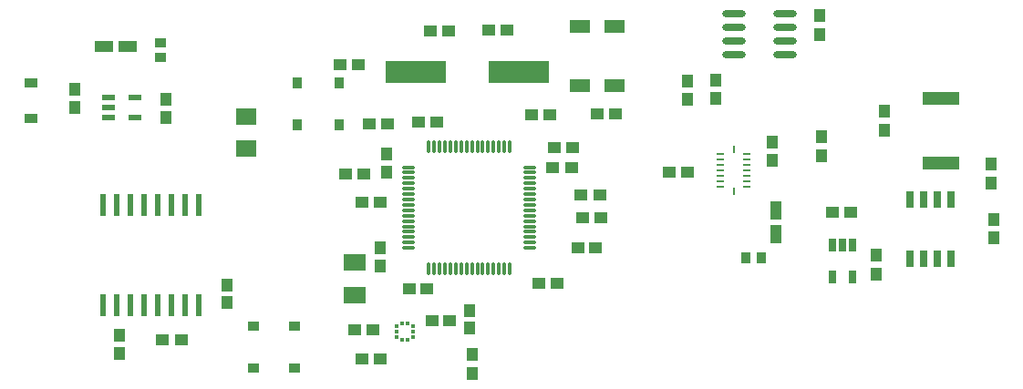
<source format=gtp>
G04*
G04 #@! TF.GenerationSoftware,Altium Limited,Altium Designer,19.0.14 (431)*
G04*
G04 Layer_Color=8421504*
%FSLAX25Y25*%
%MOIN*%
G70*
G01*
G75*
%ADD19R,0.02756X0.05906*%
%ADD20R,0.03937X0.04528*%
%ADD21O,0.08661X0.02362*%
%ADD22R,0.07480X0.05118*%
%ADD23R,0.22047X0.08268*%
%ADD24R,0.02284X0.08032*%
%ADD25R,0.01378X0.01181*%
%ADD26R,0.01181X0.01378*%
%ADD27R,0.03051X0.00984*%
%ADD28R,0.00984X0.03051*%
%ADD29R,0.04764X0.02323*%
%ADD30O,0.05118X0.01181*%
%ADD31O,0.01181X0.05118*%
%ADD32R,0.03543X0.03937*%
%ADD33R,0.03937X0.03543*%
%ADD34R,0.04528X0.03937*%
%ADD35R,0.03543X0.04134*%
%ADD36R,0.04134X0.03543*%
%ADD37R,0.04134X0.06693*%
%ADD38R,0.06693X0.04134*%
%ADD39R,0.04803X0.03602*%
%ADD40R,0.04134X0.04724*%
%ADD41R,0.04724X0.04134*%
%ADD42R,0.07480X0.06102*%
%ADD43R,0.04921X0.04331*%
%ADD44R,0.07874X0.06102*%
%ADD45R,0.02559X0.04724*%
%ADD46R,0.13189X0.04921*%
D19*
X352200Y74125D02*
D03*
X347200D02*
D03*
X342200D02*
D03*
X337200D02*
D03*
Y52275D02*
D03*
X342200D02*
D03*
X347200D02*
D03*
X352200D02*
D03*
D20*
X266200Y110855D02*
D03*
Y117745D02*
D03*
X255900Y110555D02*
D03*
Y117445D02*
D03*
X177165Y17224D02*
D03*
Y10335D02*
D03*
X87598Y42717D02*
D03*
Y36220D02*
D03*
X175984Y26969D02*
D03*
Y33465D02*
D03*
X367700Y66800D02*
D03*
Y59910D02*
D03*
X327866Y106398D02*
D03*
Y99508D02*
D03*
X324900Y46755D02*
D03*
Y53645D02*
D03*
X366929Y86910D02*
D03*
Y80020D02*
D03*
X304823Y96850D02*
D03*
Y89961D02*
D03*
D21*
X291579Y127015D02*
D03*
Y132015D02*
D03*
Y137015D02*
D03*
Y142015D02*
D03*
X272682Y127015D02*
D03*
Y132015D02*
D03*
Y137015D02*
D03*
Y142015D02*
D03*
D22*
X229134Y115748D02*
D03*
Y137402D02*
D03*
X216535D02*
D03*
Y115748D02*
D03*
D23*
X193996Y120669D02*
D03*
X156595D02*
D03*
D24*
X42047Y72067D02*
D03*
X47047D02*
D03*
X52047D02*
D03*
X57047D02*
D03*
X62047D02*
D03*
X67047D02*
D03*
X72047D02*
D03*
X77047D02*
D03*
Y35413D02*
D03*
X72047D02*
D03*
X67047D02*
D03*
X62047D02*
D03*
X57047D02*
D03*
X52047D02*
D03*
X47047D02*
D03*
X42047D02*
D03*
D25*
X149488Y23622D02*
D03*
Y25591D02*
D03*
Y27559D02*
D03*
X155512D02*
D03*
Y25591D02*
D03*
Y23622D02*
D03*
D26*
X151516Y28602D02*
D03*
X153484D02*
D03*
Y22579D02*
D03*
X151516D02*
D03*
D27*
X277421Y78740D02*
D03*
Y80709D02*
D03*
Y82677D02*
D03*
Y84646D02*
D03*
Y86614D02*
D03*
Y88583D02*
D03*
X267854Y78740D02*
D03*
Y80709D02*
D03*
Y82677D02*
D03*
Y84646D02*
D03*
Y86614D02*
D03*
Y88583D02*
D03*
X277421Y90551D02*
D03*
X267854D02*
D03*
D28*
X272638Y76910D02*
D03*
Y92382D02*
D03*
D29*
X53917Y111417D02*
D03*
Y103937D02*
D03*
X44035D02*
D03*
Y107677D02*
D03*
Y111417D02*
D03*
D30*
X198228Y85827D02*
D03*
Y83858D02*
D03*
Y81890D02*
D03*
Y79921D02*
D03*
Y77953D02*
D03*
Y75984D02*
D03*
Y74016D02*
D03*
Y72047D02*
D03*
Y70079D02*
D03*
Y68110D02*
D03*
Y66142D02*
D03*
Y64173D02*
D03*
Y62205D02*
D03*
Y60236D02*
D03*
Y58268D02*
D03*
Y56299D02*
D03*
X153740D02*
D03*
Y58268D02*
D03*
Y60236D02*
D03*
Y62205D02*
D03*
Y64173D02*
D03*
Y66142D02*
D03*
Y68110D02*
D03*
Y70079D02*
D03*
Y72047D02*
D03*
Y74016D02*
D03*
Y75984D02*
D03*
Y77953D02*
D03*
Y79921D02*
D03*
Y81890D02*
D03*
Y83858D02*
D03*
Y85827D02*
D03*
D31*
X190748Y48819D02*
D03*
X188779D02*
D03*
X186811D02*
D03*
X184843D02*
D03*
X182874D02*
D03*
X180905D02*
D03*
X178937D02*
D03*
X176969D02*
D03*
X175000D02*
D03*
X173031D02*
D03*
X171063D02*
D03*
X169095D02*
D03*
X167126D02*
D03*
X165157D02*
D03*
X163189D02*
D03*
X161221D02*
D03*
Y93307D02*
D03*
X163189D02*
D03*
X165157D02*
D03*
X167126D02*
D03*
X169095D02*
D03*
X171063D02*
D03*
X173031D02*
D03*
X175000D02*
D03*
X176969D02*
D03*
X178937D02*
D03*
X180905D02*
D03*
X182874D02*
D03*
X184843D02*
D03*
X186811D02*
D03*
X188779D02*
D03*
X190748D02*
D03*
D32*
X112992Y101476D02*
D03*
Y116634D02*
D03*
X128347D02*
D03*
Y101476D02*
D03*
D33*
X97047Y12205D02*
D03*
X112205D02*
D03*
Y27559D02*
D03*
X97047D02*
D03*
D34*
X63779Y22638D02*
D03*
X70669D02*
D03*
X162402Y29528D02*
D03*
X168898D02*
D03*
X217520Y67323D02*
D03*
X224016D02*
D03*
X215748Y56496D02*
D03*
X222244D02*
D03*
X223721Y75787D02*
D03*
X216831D02*
D03*
X153937Y41339D02*
D03*
X160433D02*
D03*
X143405Y72933D02*
D03*
X136909D02*
D03*
X137303Y83268D02*
D03*
X130807D02*
D03*
X308610Y69300D02*
D03*
X315500D02*
D03*
D35*
X277165Y52756D02*
D03*
X282677D02*
D03*
D36*
X62992Y131496D02*
D03*
Y125984D02*
D03*
D37*
X288189Y61319D02*
D03*
Y70177D02*
D03*
D38*
X51181Y129921D02*
D03*
X42323D02*
D03*
D39*
X15748Y103789D02*
D03*
Y116683D02*
D03*
D40*
X48130Y17717D02*
D03*
Y24409D02*
D03*
X286900Y94893D02*
D03*
Y88200D02*
D03*
X145866Y90650D02*
D03*
Y83957D02*
D03*
X143602Y56398D02*
D03*
Y49705D02*
D03*
X31791Y107579D02*
D03*
Y114272D02*
D03*
X65059Y110728D02*
D03*
Y104035D02*
D03*
X304035Y134507D02*
D03*
Y141200D02*
D03*
D41*
X134153Y26476D02*
D03*
X140847D02*
D03*
X136909Y15748D02*
D03*
X143602D02*
D03*
X249016Y84153D02*
D03*
X255709D02*
D03*
X146063Y101673D02*
D03*
X139370D02*
D03*
X164173Y102362D02*
D03*
X157480D02*
D03*
X213779Y93110D02*
D03*
X207087D02*
D03*
X213287Y85827D02*
D03*
X206594D02*
D03*
X208071Y43307D02*
D03*
X201378D02*
D03*
X128839Y123425D02*
D03*
X135531D02*
D03*
X161811Y135728D02*
D03*
X168504D02*
D03*
X189665Y135925D02*
D03*
X182972D02*
D03*
D42*
X94488Y104331D02*
D03*
Y92716D02*
D03*
D43*
X198721Y105020D02*
D03*
X205413D02*
D03*
X229528Y105217D02*
D03*
X222835D02*
D03*
D44*
X134153Y39075D02*
D03*
Y51083D02*
D03*
D45*
X316100Y45686D02*
D03*
X308620D02*
D03*
Y57300D02*
D03*
X312360D02*
D03*
X316100D02*
D03*
D46*
X348600Y87389D02*
D03*
Y111011D02*
D03*
M02*

</source>
